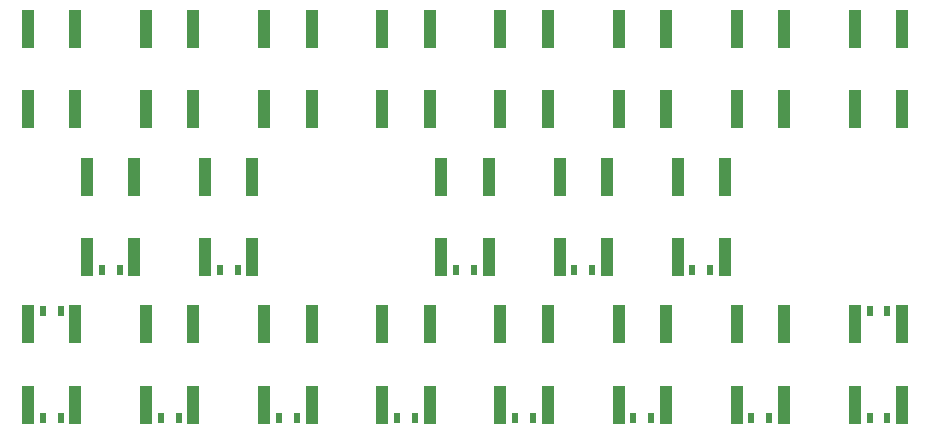
<source format=gbr>
G04 #@! TF.GenerationSoftware,KiCad,Pcbnew,(5.1.5-0-10_14)*
G04 #@! TF.CreationDate,2021-02-06T16:20:19+00:00*
G04 #@! TF.ProjectId,keyboard,6b657962-6f61-4726-942e-6b696361645f,rev?*
G04 #@! TF.SameCoordinates,Original*
G04 #@! TF.FileFunction,Paste,Top*
G04 #@! TF.FilePolarity,Positive*
%FSLAX46Y46*%
G04 Gerber Fmt 4.6, Leading zero omitted, Abs format (unit mm)*
G04 Created by KiCad (PCBNEW (5.1.5-0-10_14)) date 2021-02-06 16:20:19*
%MOMM*%
%LPD*%
G04 APERTURE LIST*
%ADD10R,1.000000X3.200000*%
%ADD11R,0.500000X0.900000*%
G04 APERTURE END LIST*
D10*
X185000000Y-113600000D03*
X185000000Y-120400000D03*
X189000000Y-113600000D03*
X189000000Y-120400000D03*
X179000000Y-120400000D03*
X179000000Y-113600000D03*
X175000000Y-120400000D03*
X175000000Y-113600000D03*
X174000000Y-107900000D03*
X174000000Y-101100000D03*
X170000000Y-107900000D03*
X170000000Y-101100000D03*
X165000000Y-113600000D03*
X165000000Y-120400000D03*
X169000000Y-113600000D03*
X169000000Y-120400000D03*
X164000000Y-107900000D03*
X164000000Y-101100000D03*
X160000000Y-107900000D03*
X160000000Y-101100000D03*
X155000000Y-113600000D03*
X155000000Y-120400000D03*
X159000000Y-113600000D03*
X159000000Y-120400000D03*
X154000000Y-107900000D03*
X154000000Y-101100000D03*
X150000000Y-107900000D03*
X150000000Y-101100000D03*
X145000000Y-113600000D03*
X145000000Y-120400000D03*
X149000000Y-113600000D03*
X149000000Y-120400000D03*
X139000000Y-120400000D03*
X139000000Y-113600000D03*
X135000000Y-120400000D03*
X135000000Y-113600000D03*
X130000000Y-101100000D03*
X130000000Y-107900000D03*
X134000000Y-101100000D03*
X134000000Y-107900000D03*
X129000000Y-120400000D03*
X129000000Y-113600000D03*
X125000000Y-120400000D03*
X125000000Y-113600000D03*
X120000000Y-101100000D03*
X120000000Y-107900000D03*
X124000000Y-101100000D03*
X124000000Y-107900000D03*
X119000000Y-120400000D03*
X119000000Y-113600000D03*
X115000000Y-120400000D03*
X115000000Y-113600000D03*
X119000000Y-95400000D03*
X119000000Y-88600000D03*
X115000000Y-95400000D03*
X115000000Y-88600000D03*
X125000000Y-88600000D03*
X125000000Y-95400000D03*
X129000000Y-88600000D03*
X129000000Y-95400000D03*
X139000000Y-95400000D03*
X139000000Y-88600000D03*
X135000000Y-95400000D03*
X135000000Y-88600000D03*
X145000000Y-88600000D03*
X145000000Y-95400000D03*
X149000000Y-88600000D03*
X149000000Y-95400000D03*
X159000000Y-95400000D03*
X159000000Y-88600000D03*
X155000000Y-95400000D03*
X155000000Y-88600000D03*
X165000000Y-88600000D03*
X165000000Y-95400000D03*
X169000000Y-88600000D03*
X169000000Y-95400000D03*
X179000000Y-95400000D03*
X179000000Y-88600000D03*
X175000000Y-95400000D03*
X175000000Y-88600000D03*
X185000000Y-88600000D03*
X185000000Y-95400000D03*
X189000000Y-88600000D03*
X189000000Y-95400000D03*
D11*
X117750000Y-121500000D03*
X116250000Y-121500000D03*
X122750000Y-109000000D03*
X121250000Y-109000000D03*
X126250000Y-121500000D03*
X127750000Y-121500000D03*
X132750000Y-109000000D03*
X131250000Y-109000000D03*
X136250000Y-121500000D03*
X137750000Y-121500000D03*
X147750000Y-121500000D03*
X146250000Y-121500000D03*
X151250000Y-109000000D03*
X152750000Y-109000000D03*
X157750000Y-121500000D03*
X156250000Y-121500000D03*
X161250000Y-109000000D03*
X162750000Y-109000000D03*
X167750000Y-121500000D03*
X166250000Y-121500000D03*
X171250000Y-109000000D03*
X172750000Y-109000000D03*
X177750000Y-121500000D03*
X176250000Y-121500000D03*
X186250000Y-121500000D03*
X187750000Y-121500000D03*
X187750000Y-112500000D03*
X186250000Y-112500000D03*
X116250000Y-112500000D03*
X117750000Y-112500000D03*
M02*

</source>
